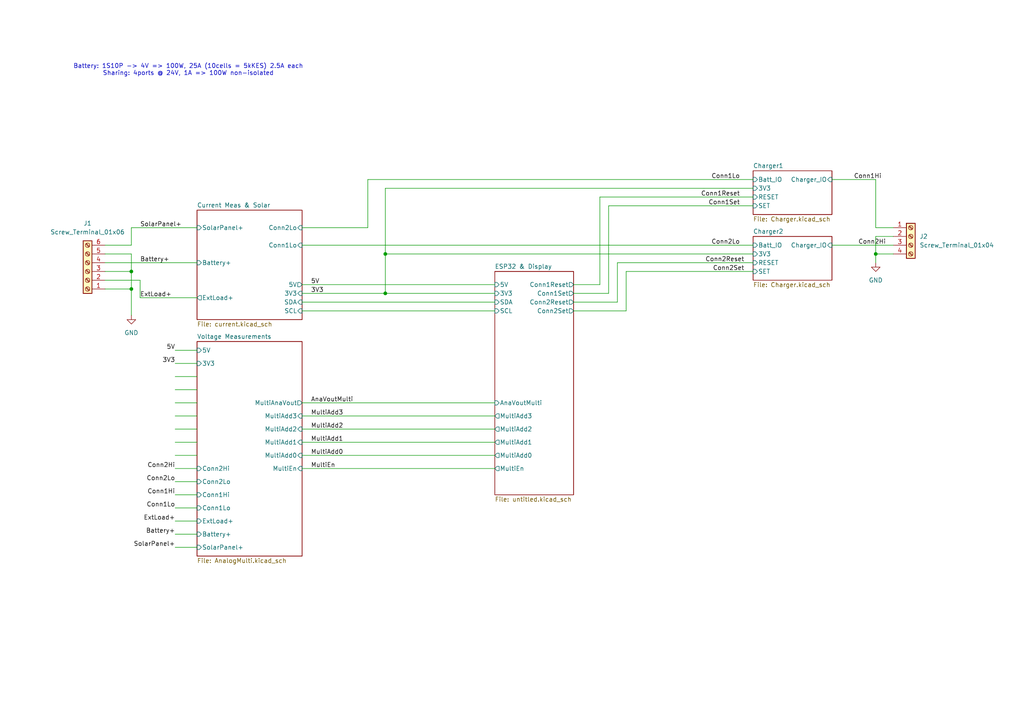
<source format=kicad_sch>
(kicad_sch (version 20250114) (generator "eeschema") (generator_version "9.0")
  (paper "A4")
  (lib_symbols
    (symbol "Connector:Screw_Terminal_01x04" (pin_names (offset 1.016) (hide yes))
      (property "Reference" "J" (at 0 5.08 0))
      (property "Value" "Screw_Terminal_01x04" (at 0 -7.62 0))
      (symbol "Screw_Terminal_01x04_1_1"
        (rectangle (start -1.27 3.81) (end 1.27 -6.35) (stroke (width 0.254)) (fill (type background)))
        (polyline (pts (xy -0.5334 2.8702) (xy 0.3302 2.032)) (stroke (width 0.1524)))
        (polyline (pts (xy -0.5334 0.3302) (xy 0.3302 -0.508)) (stroke (width 0.1524)))
        (polyline (pts (xy -0.5334 -2.2098) (xy 0.3302 -3.048)) (stroke (width 0.1524)))
        (polyline (pts (xy -0.5334 -4.7498) (xy 0.3302 -5.588)) (stroke (width 0.1524)))
        (polyline (pts (xy -0.3556 3.048) (xy 0.508 2.2098)) (stroke (width 0.1524)))
        (polyline (pts (xy -0.3556 0.508) (xy 0.508 -0.3302)) (stroke (width 0.1524)))
        (polyline (pts (xy -0.3556 -2.032) (xy 0.508 -2.8702)) (stroke (width 0.1524)))
        (polyline (pts (xy -0.3556 -4.572) (xy 0.508 -5.4102)) (stroke (width 0.1524)))
        (circle (center 0 2.54) (radius 0.635) (stroke (width 0.1524)))
        (circle (center 0 0) (radius 0.635) (stroke (width 0.1524)))
        (circle (center 0 -2.54) (radius 0.635) (stroke (width 0.1524)))
        (circle (center 0 -5.08) (radius 0.635) (stroke (width 0.1524)))
        (pin passive line (at -5.08 2.54 0) (length 3.81) (name "Pin_1") (number "1"))
        (pin passive line (at -5.08 0 0) (length 3.81) (name "Pin_2") (number "2"))
        (pin passive line (at -5.08 -2.54 0) (length 3.81) (name "Pin_3") (number "3"))
        (pin passive line (at -5.08 -5.08 0) (length 3.81) (name "Pin_4") (number "4"))
      )
    )
    (symbol "Connector:Screw_Terminal_01x06" (pin_names (offset 1.016) (hide yes))
      (property "Reference" "J" (at 0 7.62 0))
      (property "Value" "Screw_Terminal_01x06" (at 0 -10.16 0))
      (symbol "Screw_Terminal_01x06_1_1"
        (rectangle (start -1.27 6.35) (end 1.27 -8.89) (stroke (width 0.254)) (fill (type background)))
        (polyline (pts (xy -0.5334 5.4102) (xy 0.3302 4.572)) (stroke (width 0.1524)))
        (polyline (pts (xy -0.5334 2.8702) (xy 0.3302 2.032)) (stroke (width 0.1524)))
        (polyline (pts (xy -0.5334 0.3302) (xy 0.3302 -0.508)) (stroke (width 0.1524)))
        (polyline (pts (xy -0.5334 -2.2098) (xy 0.3302 -3.048)) (stroke (width 0.1524)))
        (polyline (pts (xy -0.5334 -4.7498) (xy 0.3302 -5.588)) (stroke (width 0.1524)))
        (polyline (pts (xy -0.5334 -7.2898) (xy 0.3302 -8.128)) (stroke (width 0.1524)))
        (polyline (pts (xy -0.3556 5.588) (xy 0.508 4.7498)) (stroke (width 0.1524)))
        (polyline (pts (xy -0.3556 3.048) (xy 0.508 2.2098)) (stroke (width 0.1524)))
        (polyline (pts (xy -0.3556 0.508) (xy 0.508 -0.3302)) (stroke (width 0.1524)))
        (polyline (pts (xy -0.3556 -2.032) (xy 0.508 -2.8702)) (stroke (width 0.1524)))
        (polyline (pts (xy -0.3556 -4.572) (xy 0.508 -5.4102)) (stroke (width 0.1524)))
        (polyline (pts (xy -0.3556 -7.112) (xy 0.508 -7.9502)) (stroke (width 0.1524)))
        (circle (center 0 5.08) (radius 0.635) (stroke (width 0.1524)))
        (circle (center 0 2.54) (radius 0.635) (stroke (width 0.1524)))
        (circle (center 0 0) (radius 0.635) (stroke (width 0.1524)))
        (circle (center 0 -2.54) (radius 0.635) (stroke (width 0.1524)))
        (circle (center 0 -5.08) (radius 0.635) (stroke (width 0.1524)))
        (circle (center 0 -7.62) (radius 0.635) (stroke (width 0.1524)))
        (pin passive line (at -5.08 5.08 0) (length 3.81) (name "Pin_1") (number "1"))
        (pin passive line (at -5.08 2.54 0) (length 3.81) (name "Pin_2") (number "2"))
        (pin passive line (at -5.08 0 0) (length 3.81) (name "Pin_3") (number "3"))
        (pin passive line (at -5.08 -2.54 0) (length 3.81) (name "Pin_4") (number "4"))
        (pin passive line (at -5.08 -5.08 0) (length 3.81) (name "Pin_5") (number "5"))
        (pin passive line (at -5.08 -7.62 0) (length 3.81) (name "Pin_6") (number "6"))
      )
    )
    (symbol "power:GND" (power) (pin_numbers (hide yes)) (pin_names (offset 0) (hide yes))
      (property "Value" "GND" (at 0 -3.81 0))
      (symbol "GND_0_1"
        (polyline (pts (xy 0 0) (xy 0 -1.27) (xy 1.27 -1.27) (xy 0 -2.54) (xy -1.27 -1.27) (xy 0 -1.27)))
      )
      (symbol "GND_1_1"
        (pin power_in line (at 0 0 270) (length 0) (name "~") (number "1"))
      )
    )
  )
  (text "Battery: 1S10P -> 4V => 100W, 25A (10cells = 5kKES) 2.5A each\nSharing: 4ports @ 24V, 1A => 100W non-isolated\n" (at 54.61 20.32 0) (effects (font (size 1.27 1.27))))
  (junction (at 38.1 83.82))
  (junction (at 38.1 78.74))
  (junction (at 111.76 85.09))
  (junction (at 254 73.66))
  (junction (at 111.76 73.66))
  (wire (pts (xy 50.8 132.08) (xy 57.15 132.08)))
  (wire (pts (xy 179.07 87.63) (xy 166.37 87.63)))
  (wire (pts (xy 50.8 116.84) (xy 57.15 116.84)))
  (wire (pts (xy 40.64 86.36) (xy 57.15 86.36)))
  (wire (pts (xy 176.53 85.09) (xy 176.53 59.69)))
  (wire (pts (xy 38.1 66.04) (xy 57.15 66.04)))
  (wire (pts (xy 38.1 73.66) (xy 38.1 78.74)))
  (wire (pts (xy 50.8 147.32) (xy 57.15 147.32)))
  (wire (pts (xy 173.99 57.15) (xy 218.44 57.15)))
  (wire (pts (xy 254 73.66) (xy 259.08 73.66)))
  (wire (pts (xy 259.08 68.58) (xy 254 68.58)))
  (wire (pts (xy 111.76 54.61) (xy 111.76 73.66)))
  (wire (pts (xy 87.63 116.84) (xy 143.51 116.84)))
  (wire (pts (xy 254 68.58) (xy 254 73.66)))
  (wire (pts (xy 111.76 73.66) (xy 111.76 85.09)))
  (wire (pts (xy 87.63 82.55) (xy 143.51 82.55)))
  (wire (pts (xy 254 66.04) (xy 254 52.07)))
  (wire (pts (xy 87.63 135.89) (xy 143.51 135.89)))
  (wire (pts (xy 166.37 90.17) (xy 181.61 90.17)))
  (wire (pts (xy 30.48 76.2) (xy 57.15 76.2)))
  (wire (pts (xy 254 73.66) (xy 254 76.2)))
  (wire (pts (xy 50.8 120.65) (xy 57.15 120.65)))
  (wire (pts (xy 87.63 87.63) (xy 143.51 87.63)))
  (wire (pts (xy 106.68 66.04) (xy 106.68 52.07)))
  (wire (pts (xy 50.8 143.51) (xy 57.15 143.51)))
  (wire (pts (xy 181.61 90.17) (xy 181.61 78.74)))
  (wire (pts (xy 87.63 120.65) (xy 143.51 120.65)))
  (wire (pts (xy 241.3 52.07) (xy 254 52.07)))
  (wire (pts (xy 38.1 71.12) (xy 38.1 66.04)))
  (wire (pts (xy 50.8 113.03) (xy 57.15 113.03)))
  (wire (pts (xy 259.08 66.04) (xy 254 66.04)))
  (wire (pts (xy 50.8 139.7) (xy 57.15 139.7)))
  (wire (pts (xy 50.8 105.41) (xy 57.15 105.41)))
  (wire (pts (xy 87.63 71.12) (xy 218.44 71.12)))
  (wire (pts (xy 30.48 81.28) (xy 40.64 81.28)))
  (wire (pts (xy 179.07 76.2) (xy 179.07 87.63)))
  (wire (pts (xy 179.07 76.2) (xy 218.44 76.2)))
  (wire (pts (xy 50.8 135.89) (xy 57.15 135.89)))
  (wire (pts (xy 166.37 85.09) (xy 176.53 85.09)))
  (wire (pts (xy 111.76 73.66) (xy 218.44 73.66)))
  (wire (pts (xy 87.63 90.17) (xy 143.51 90.17)))
  (wire (pts (xy 111.76 85.09) (xy 143.51 85.09)))
  (wire (pts (xy 38.1 83.82) (xy 38.1 91.44)))
  (wire (pts (xy 176.53 59.69) (xy 218.44 59.69)))
  (wire (pts (xy 106.68 52.07) (xy 218.44 52.07)))
  (wire (pts (xy 173.99 82.55) (xy 166.37 82.55)))
  (wire (pts (xy 30.48 73.66) (xy 38.1 73.66)))
  (wire (pts (xy 30.48 71.12) (xy 38.1 71.12)))
  (wire (pts (xy 87.63 85.09) (xy 111.76 85.09)))
  (wire (pts (xy 173.99 57.15) (xy 173.99 82.55)))
  (wire (pts (xy 50.8 124.46) (xy 57.15 124.46)))
  (wire (pts (xy 38.1 78.74) (xy 38.1 83.82)))
  (wire (pts (xy 40.64 81.28) (xy 40.64 86.36)))
  (wire (pts (xy 50.8 128.27) (xy 57.15 128.27)))
  (wire (pts (xy 87.63 124.46) (xy 143.51 124.46)))
  (wire (pts (xy 50.8 109.22) (xy 57.15 109.22)))
  (wire (pts (xy 87.63 128.27) (xy 143.51 128.27)))
  (wire (pts (xy 87.63 66.04) (xy 106.68 66.04)))
  (wire (pts (xy 87.63 132.08) (xy 143.51 132.08)))
  (wire (pts (xy 30.48 78.74) (xy 38.1 78.74)))
  (wire (pts (xy 241.3 71.12) (xy 259.08 71.12)))
  (wire (pts (xy 181.61 78.74) (xy 218.44 78.74)))
  (wire (pts (xy 30.48 83.82) (xy 38.1 83.82)))
  (wire (pts (xy 218.44 54.61) (xy 111.76 54.61)))
  (wire (pts (xy 50.8 158.75) (xy 57.15 158.75)))
  (wire (pts (xy 50.8 101.6) (xy 57.15 101.6)))
  (wire (pts (xy 50.8 151.13) (xy 57.15 151.13)))
  (wire (pts (xy 50.8 154.94) (xy 57.15 154.94)))
  (label "SolarPanel+" (at 40.64 66.04 0))
  (label "Conn2Reset" (at 215.9 76.2 180))
  (label "Conn2Set" (at 215.9 78.74 180))
  (label "Battery+" (at 40.64 76.2 0))
  (label "MultiAdd2" (at 90.17 124.46 0))
  (label "ExtLoad+" (at 40.64 86.36 0))
  (label "Conn2Hi" (at 50.8 135.89 180))
  (label "MultiAdd3" (at 90.17 120.65 0))
  (label "5V" (at 90.17 82.55 0))
  (label "Conn1Set" (at 214.63 59.69 180))
  (label "Conn1Reset" (at 214.63 57.15 180))
  (label "SolarPanel+" (at 50.8 158.75 180))
  (label "Conn1Hi" (at 247.65 52.07 0))
  (label "MultiAdd0" (at 90.17 132.08 0))
  (label "AnaVoutMulti" (at 90.17 116.84 0))
  (label "MultiEn" (at 90.17 135.89 0))
  (label "Conn1Hi" (at 50.8 143.51 180))
  (label "Conn1Lo" (at 50.8 147.32 180))
  (label "Conn2Lo" (at 214.63 71.12 180))
  (label "Conn1Lo" (at 214.63 52.07 180))
  (label "ExtLoad+" (at 50.8 151.13 180))
  (label "MultiAdd1" (at 90.17 128.27 0))
  (label "Conn2Lo" (at 50.8 139.7 180))
  (label "5V" (at 50.8 101.6 180))
  (label "Conn2Hi" (at 248.92 71.12 0))
  (label "Battery+" (at 50.8 154.94 180))
  (label "3V3" (at 50.8 105.41 180))
  (label "3V3" (at 90.17 85.09 0))
  (symbol (lib_id "Connector:Screw_Terminal_01x06") (at 25.4 78.74 180) (unit 1)
    (property "Reference" "J1" (at 25.4 64.77 0))
    (property "Value" "Screw_Terminal_01x06" (at 25.4 67.31 0))
    (property "Footprint" "TerminalBlock_RND:TerminalBlock_RND_205-00291_1x06_P5.08mm_Horizontal" (effects (hide yes)))
    (property "Description" "Generic screw terminal, single row, 01x06, script generated (kicad-library-utils/schlib/autogen/connector/)" (effects (hide yes)))
  )
  (symbol (lib_id "Connector:Screw_Terminal_01x04") (at 264.16 68.58 0) (unit 1)
    (property "Reference" "J2" (at 266.7 68.5799 0) (effects (justify left)))
    (property "Value" "Screw_Terminal_01x04" (at 266.7 71.1199 0) (effects (justify left)))
    (property "Footprint" "TerminalBlock_Phoenix:TerminalBlock_Phoenix_MKDS-1,5-4-5.08_1x04_P5.08mm_Horizontal" (effects (hide yes)))
    (property "Description" "Generic screw terminal, single row, 01x04, script generated (kicad-library-utils/schlib/autogen/connector/)" (effects (hide yes)))
  )
  (symbol (lib_id "power:GND") (at 254 76.2 0) (unit 1)
    (property "Reference" "#PWR026" (effects (hide yes)))
    (property "Value" "GND" (at 254 81.28 0))
    (property "Description" "Power symbol creates a global label with name \"GND\" , ground" (effects (hide yes)))
  )
  (symbol (lib_id "power:GND") (at 38.1 91.44 0) (unit 1)
    (property "Reference" "#PWR01" (effects (hide yes)))
    (property "Value" "GND" (at 38.1 96.52 0))
    (property "Description" "Power symbol creates a global label with name \"GND\" , ground" (effects (hide yes)))
  )
  (sheet (at 218.44 68.58) (size 22.86 12.7) (stroke (width 0.1524))
    (property "Sheetname" "Charger2" (at 218.44 67.8684 0) (effects (justify left bottom)))
    (property "Sheetfile" "Charger.kicad_sch" (at 218.44 81.8646 0) (effects (justify left top)))
    (pin "SET" input (at 218.44 78.74 180))
    (pin "RESET" input (at 218.44 76.2 180))
    (pin "Batt_IO" input (at 218.44 71.12 180))
    (pin "Charger_IO" input (at 241.3 71.12 0))
    (pin "3V3" input (at 218.44 73.66 180))
  )
  (sheet (at 218.44 49.53) (size 22.86 12.7) (stroke (width 0.1524))
    (property "Sheetname" "Charger1" (at 218.44 48.8184 0) (effects (justify left bottom)))
    (property "Sheetfile" "Charger.kicad_sch" (at 218.44 62.8146 0) (effects (justify left top)))
    (pin "RESET" input (at 218.44 57.15 180))
    (pin "SET" input (at 218.44 59.69 180))
    (pin "Batt_IO" input (at 218.44 52.07 180))
    (pin "Charger_IO" input (at 241.3 52.07 0))
    (pin "3V3" input (at 218.44 54.61 180))
  )
  (sheet (at 57.15 60.96) (size 30.48 31.75) (stroke (width 0.1524))
    (property "Sheetname" "Current Meas & Solar" (at 57.15 60.2484 0) (effects (justify left bottom)))
    (property "Sheetfile" "current.kicad_sch" (at 57.15 93.2946 0) (effects (justify left top)))
    (pin "Conn2Lo" input (at 87.63 66.04 0))
    (pin "SDA" input (at 87.63 87.63 0))
    (pin "3V3" input (at 87.63 85.09 0))
    (pin "SCL" input (at 87.63 90.17 0))
    (pin "Conn1Lo" input (at 87.63 71.12 0))
    (pin "SolarPanel+" input (at 57.15 66.04 180))
    (pin "ExtLoad+" output (at 57.15 86.36 180))
    (pin "Battery+" input (at 57.15 76.2 180))
    (pin "5V" output (at 87.63 82.55 0))
  )
  (sheet (at 57.15 99.06) (size 30.48 62.23) (stroke (width 0.1524))
    (property "Sheetname" "Voltage Measurements" (at 57.15 98.3484 0) (effects (justify left bottom)))
    (property "Sheetfile" "AnalogMulti.kicad_sch" (at 57.15 161.8746 0) (effects (justify left top)))
    (pin "Conn2Lo" input (at 57.15 139.7 180))
    (pin "Conn2Hi" input (at 57.15 135.89 180))
    (pin "Conn1Hi" input (at 57.15 143.51 180))
    (pin "SolarPanel+" input (at 57.15 158.75 180))
    (pin "ExtLoad+" input (at 57.15 151.13 180))
    (pin "Battery+" input (at 57.15 154.94 180))
    (pin "MultiAnaVout" output (at 87.63 116.84 0))
    (pin "MultiAdd0" input (at 87.63 132.08 0))
    (pin "Conn1Lo" input (at 57.15 147.32 180))
    (pin "3V3" input (at 57.15 105.41 180))
    (pin "5V" input (at 57.15 101.6 180))
    (pin "MultiAdd3" input (at 87.63 120.65 0))
    (pin "MultiAdd2" input (at 87.63 124.46 0))
    (pin "MultiEn" input (at 87.63 135.89 0))
    (pin "MultiAdd1" input (at 87.63 128.27 0))
  )
  (sheet (at 143.51 78.74) (size 22.86 64.77) (stroke (width 0.1524))
    (property "Sheetname" "ESP32 & Display" (at 143.51 78.0284 0) (effects (justify left bottom)))
    (property "Sheetfile" "untitled.kicad_sch" (at 143.51 144.0946 0) (effects (justify left top)))
    (pin "5V" input (at 143.51 82.55 180))
    (pin "Conn2Reset" output (at 166.37 87.63 0))
    (pin "Conn1Set" output (at 166.37 85.09 0))
    (pin "AnaVoutMulti" input (at 143.51 116.84 180))
    (pin "MultiEn" output (at 143.51 135.89 180))
    (pin "Conn1Reset" output (at 166.37 82.55 0))
    (pin "SCL" input (at 143.51 90.17 180))
    (pin "Conn2Set" output (at 166.37 90.17 0))
    (pin "MultiAdd0" output (at 143.51 132.08 180))
    (pin "MultiAdd3" output (at 143.51 120.65 180))
    (pin "MultiAdd1" output (at 143.51 128.27 180))
    (pin "SDA" input (at 143.51 87.63 180))
    (pin "3V3" input (at 143.51 85.09 180))
    (pin "MultiAdd2" output (at 143.51 124.46 180))
  )
)
</source>
